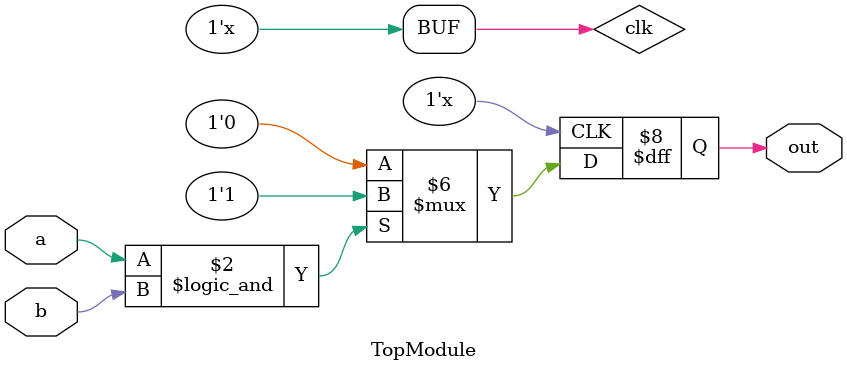
<source format=sv>

module TopModule (
  input wire a,
  input wire b,
  output reg out
);

always @(posedge clk) begin
  if (a && b)
    out <= 1;
  else
    out <= 0;
end

initial begin
  out = 0; // Initialization of the output signal
  #5 clk = !clk; // Clock initial value and reset after 5 time units
end

endmodule

// VERILOG-EVAL: errant inclusion of module definition

</source>
